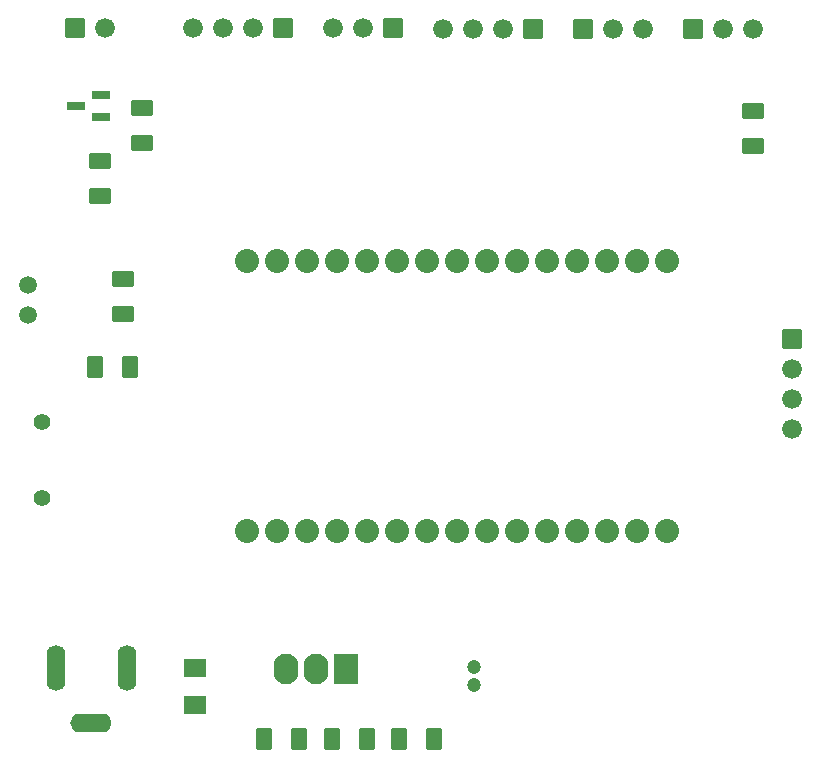
<source format=gts>
G04 Layer: TopSolderMaskLayer*
G04 EasyEDA v6.5.23, 2023-06-23 22:07:44*
G04 588d00b09ced4095aabd395724b38ff5,e63460ceaba84a3bb957dccbc2ed3a87,10*
G04 Gerber Generator version 0.2*
G04 Scale: 100 percent, Rotated: No, Reflected: No *
G04 Dimensions in millimeters *
G04 leading zeros omitted , absolute positions ,4 integer and 5 decimal *
%FSLAX45Y45*%
%MOMM*%

%AMMACRO1*1,1,$1,$2,$3*1,1,$1,$4,$5*1,1,$1,0-$2,0-$3*1,1,$1,0-$4,0-$5*20,1,$1,$2,$3,$4,$5,0*20,1,$1,$4,$5,0-$2,0-$3,0*20,1,$1,0-$2,0-$3,0-$4,0-$5,0*20,1,$1,0-$4,0-$5,$2,$3,0*4,1,4,$2,$3,$4,$5,0-$2,0-$3,0-$4,0-$5,$2,$3,0*%
%ADD10O,3.5015932X1.6015970000000002*%
%ADD11O,1.6015970000000002X3.9015924*%
%ADD12MACRO1,0.1016X0.7874X-0.7874X-0.7874X-0.7874*%
%ADD13C,1.6764*%
%ADD14MACRO1,0.1016X-0.7874X0.7874X0.7874X0.7874*%
%ADD15MACRO1,0.1016X0.7874X0.7874X0.7874X-0.7874*%
%ADD16C,1.5016*%
%ADD17MACRO1,0.1016X-0.7X0.3X0.7X0.3*%
%ADD18MACRO1,0.1016X0.8505X-0.6038X-0.8505X-0.6038*%
%ADD19MACRO1,0.1016X0.8505X0.6038X-0.8505X0.6038*%
%ADD20MACRO1,0.1016X-0.8505X0.6038X0.8505X0.6038*%
%ADD21MACRO1,0.1016X-0.8505X-0.6038X0.8505X-0.6038*%
%ADD22MACRO1,0.1016X-0.6038X-0.8505X-0.6038X0.8505*%
%ADD23MACRO1,0.1016X0.6038X-0.8505X0.6038X0.8505*%
%ADD24C,1.4021*%
%ADD25C,2.0320*%
%ADD26MACRO1,0.1016X0.864X-0.7425X-0.864X-0.7425*%
%ADD27MACRO1,0.1016X0.864X0.7425X-0.864X0.7425*%
%ADD28C,1.2032*%
%ADD29O,2.101596X2.601595*%
%ADD30MACRO1,0.1016X1.0008X-1.2497X-1.0008X-1.2497*%
%ADD31MACRO1,0.1016X0.6038X0.8505X0.6038X-0.8505*%
%ADD32MACRO1,0.1016X-0.6038X0.8505X-0.6038X-0.8505*%

%LPD*%
D10*
G01*
X1485925Y4555388D03*
D11*
G01*
X1185900Y5020386D03*
G01*
X1785924Y5020386D03*
D12*
G01*
X4041775Y10438130D03*
D13*
G01*
X3787775Y10438129D03*
G01*
X3533775Y10438129D03*
D14*
G01*
X6578600Y10435587D03*
D13*
G01*
X6832600Y10435589D03*
G01*
X7086600Y10435589D03*
D14*
G01*
X5648325Y10435587D03*
D13*
G01*
X5902325Y10435589D03*
G01*
X6156325Y10435589D03*
D15*
G01*
X7416800Y7810500D03*
D13*
G01*
X7416800Y7556500D03*
G01*
X7416800Y7302500D03*
G01*
X7416800Y7048500D03*
D12*
G01*
X3111500Y10436857D03*
D13*
G01*
X2857500Y10436860D03*
G01*
X2603500Y10436860D03*
G01*
X2349500Y10436860D03*
D12*
G01*
X5226050Y10435592D03*
D13*
G01*
X4972050Y10435589D03*
G01*
X4718050Y10435589D03*
G01*
X4464050Y10435589D03*
D15*
G01*
X1346200Y10436857D03*
D13*
G01*
X1600200Y10436860D03*
D16*
G01*
X952500Y8267700D03*
G01*
X952500Y8013700D03*
D17*
G01*
X1355496Y9779000D03*
G01*
X1565503Y9684004D03*
G01*
X1565503Y9873996D03*
D18*
G01*
X1562100Y9317276D03*
D19*
G01*
X1562100Y9021523D03*
D20*
G01*
X1917700Y9466023D03*
D21*
G01*
X1917700Y9761776D03*
D20*
G01*
X1752600Y8018223D03*
D21*
G01*
X1752600Y8313976D03*
D20*
G01*
X7086600Y9440623D03*
D21*
G01*
X7086600Y9736376D03*
D22*
G01*
X1811576Y7569200D03*
D23*
G01*
X1515823Y7569200D03*
D24*
G01*
X1066800Y6456679D03*
G01*
X1066800Y7106920D03*
D25*
G01*
X2806700Y6184900D03*
G01*
X3060700Y6184900D03*
G01*
X3314700Y6184900D03*
G01*
X3568700Y6184900D03*
G01*
X3822700Y6184900D03*
G01*
X4076700Y6184900D03*
G01*
X4330700Y6184900D03*
G01*
X4584700Y6184900D03*
G01*
X4838700Y6184900D03*
G01*
X5092700Y6184900D03*
G01*
X5346700Y6184900D03*
G01*
X5600700Y6184900D03*
G01*
X5854700Y6184900D03*
G01*
X6108700Y6184900D03*
G01*
X6362700Y6184900D03*
G01*
X2806700Y8470900D03*
G01*
X3060700Y8470900D03*
G01*
X3314700Y8470900D03*
G01*
X3568700Y8470900D03*
G01*
X3822700Y8470900D03*
G01*
X4076700Y8470900D03*
G01*
X4330700Y8470900D03*
G01*
X4584700Y8470900D03*
G01*
X4838700Y8470900D03*
G01*
X5092700Y8470900D03*
G01*
X5346700Y8470900D03*
G01*
X5600700Y8470900D03*
G01*
X5854700Y8470900D03*
G01*
X6108700Y8470900D03*
G01*
X6362700Y8470900D03*
D26*
G01*
X2362200Y5023350D03*
D27*
G01*
X2362200Y4704849D03*
D28*
G01*
X4724400Y4877943D03*
G01*
X4724400Y5028056D03*
D29*
G01*
X3390900Y5016500D03*
G01*
X3136900Y5016500D03*
D30*
G01*
X3644900Y5016505D03*
D31*
G01*
X4093923Y4419600D03*
D32*
G01*
X4389676Y4419600D03*
D31*
G01*
X3522423Y4419600D03*
D32*
G01*
X3818176Y4419600D03*
D22*
G01*
X3246676Y4419600D03*
D23*
G01*
X2950923Y4419600D03*
M02*

</source>
